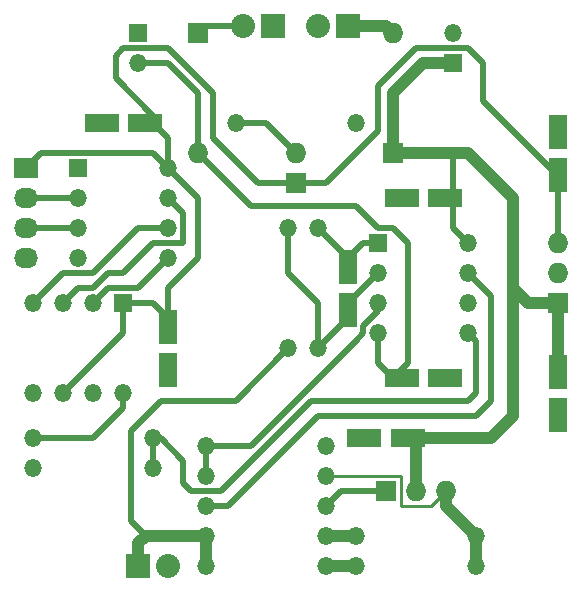
<source format=gbr>
G04 #@! TF.FileFunction,Copper,L1,Top,Signal*
%FSLAX46Y46*%
G04 Gerber Fmt 4.6, Leading zero omitted, Abs format (unit mm)*
G04 Created by KiCad (PCBNEW 4.0.5+dfsg1-4~bpo8+1) date Thu Apr 20 00:22:00 2017*
%MOMM*%
%LPD*%
G01*
G04 APERTURE LIST*
%ADD10C,0.100000*%
%ADD11R,2.895600X1.498600*%
%ADD12R,1.498600X2.895600*%
%ADD13R,1.498600X1.498600*%
%ADD14O,1.498600X1.498600*%
%ADD15R,1.752600X1.752600*%
%ADD16O,1.752600X1.752600*%
%ADD17R,2.032000X2.032000*%
%ADD18O,2.032000X2.032000*%
%ADD19R,2.032000X1.727200*%
%ADD20O,2.032000X1.727200*%
%ADD21C,0.508000*%
%ADD22C,1.016000*%
%ADD23C,0.254000*%
G04 APERTURE END LIST*
D10*
D11*
X109791500Y-41910000D03*
X106108500Y-41910000D03*
D12*
X144780000Y-62928500D03*
X144780000Y-66611500D03*
X144780000Y-46291500D03*
X144780000Y-42608500D03*
D13*
X135890000Y-36830000D03*
D14*
X135890000Y-34290000D03*
D13*
X109220000Y-34290000D03*
D14*
X109220000Y-36830000D03*
D12*
X111760000Y-59118500D03*
X111760000Y-62801500D03*
D11*
X135191500Y-48260000D03*
X131508500Y-48260000D03*
X135191500Y-63500000D03*
X131508500Y-63500000D03*
D12*
X127000000Y-57721500D03*
X127000000Y-54038500D03*
D11*
X132016500Y-68580000D03*
X128333500Y-68580000D03*
D15*
X130810000Y-44450000D03*
D16*
X130810000Y-34290000D03*
D15*
X114300000Y-34290000D03*
D16*
X114300000Y-44450000D03*
D15*
X122555000Y-46990000D03*
D16*
X122555000Y-44450000D03*
D13*
X104140000Y-45720000D03*
D14*
X104140000Y-48260000D03*
X104140000Y-50800000D03*
X104140000Y-53340000D03*
X111760000Y-53340000D03*
X111760000Y-50800000D03*
X111760000Y-45720000D03*
X111760000Y-48260000D03*
D17*
X127000000Y-33655000D03*
D18*
X124460000Y-33655000D03*
D17*
X120650000Y-33655000D03*
D18*
X118110000Y-33655000D03*
D17*
X109220000Y-79375000D03*
D18*
X111760000Y-79375000D03*
D19*
X99695000Y-45720000D03*
D20*
X99695000Y-48260000D03*
X99695000Y-50800000D03*
X99695000Y-53340000D03*
D15*
X130175000Y-73025000D03*
D16*
X132715000Y-73025000D03*
X135255000Y-73025000D03*
D14*
X100330000Y-68580000D03*
X110490000Y-68580000D03*
X110490000Y-71120000D03*
X100330000Y-71120000D03*
X114935000Y-69215000D03*
X125095000Y-69215000D03*
X124460000Y-60960000D03*
X124460000Y-50800000D03*
X125095000Y-74295000D03*
X114935000Y-74295000D03*
X125095000Y-71755000D03*
X114935000Y-71755000D03*
X121920000Y-60960000D03*
X121920000Y-50800000D03*
X137795000Y-76835000D03*
X127635000Y-76835000D03*
X125095000Y-76835000D03*
X114935000Y-76835000D03*
X137795000Y-79375000D03*
X127635000Y-79375000D03*
X125095000Y-79375000D03*
X114935000Y-79375000D03*
X117475000Y-41910000D03*
X127635000Y-41910000D03*
D15*
X144780000Y-57150000D03*
D16*
X144780000Y-54610000D03*
X144780000Y-52070000D03*
D13*
X107950000Y-57150000D03*
D14*
X105410000Y-57150000D03*
X102870000Y-57150000D03*
X100330000Y-57150000D03*
X100330000Y-64770000D03*
X102870000Y-64770000D03*
X107950000Y-64770000D03*
X105410000Y-64770000D03*
D13*
X129540000Y-52070000D03*
D14*
X129540000Y-54610000D03*
X129540000Y-57150000D03*
X129540000Y-59690000D03*
X137160000Y-59690000D03*
X137160000Y-57150000D03*
X137160000Y-52070000D03*
X137160000Y-54610000D03*
D21*
X110490000Y-41910000D02*
X110490000Y-41275000D01*
X110490000Y-41275000D02*
X107315000Y-38100000D01*
X119380000Y-46990000D02*
X122555000Y-46990000D01*
X115570000Y-43180000D02*
X119380000Y-46990000D01*
X115570000Y-39370000D02*
X115570000Y-43180000D01*
X111760000Y-35560000D02*
X115570000Y-39370000D01*
X107950000Y-35560000D02*
X111760000Y-35560000D01*
X107315000Y-36195000D02*
X107950000Y-35560000D01*
X107315000Y-38100000D02*
X107315000Y-36195000D01*
X144780000Y-46990000D02*
X144780000Y-46355000D01*
X144780000Y-46355000D02*
X138430000Y-40005000D01*
X125095000Y-46990000D02*
X122555000Y-46990000D01*
X129540000Y-42545000D02*
X125095000Y-46990000D01*
X129540000Y-38735000D02*
X129540000Y-42545000D01*
X132715000Y-35560000D02*
X129540000Y-38735000D01*
X137160000Y-35560000D02*
X132715000Y-35560000D01*
X138430000Y-36830000D02*
X137160000Y-35560000D01*
X138430000Y-40005000D02*
X138430000Y-36830000D01*
X111760000Y-58420000D02*
X111760000Y-55880000D01*
X114300000Y-48260000D02*
X111760000Y-45720000D01*
X114300000Y-53340000D02*
X114300000Y-48260000D01*
X111760000Y-55880000D02*
X114300000Y-53340000D01*
X144780000Y-52070000D02*
X144780000Y-46990000D01*
X102870000Y-64770000D02*
X107950000Y-59690000D01*
X107950000Y-59690000D02*
X107950000Y-57150000D01*
X111760000Y-58420000D02*
X110490000Y-57150000D01*
X110490000Y-57150000D02*
X107950000Y-57150000D01*
X99695000Y-45720000D02*
X100965000Y-44450000D01*
X100965000Y-44450000D02*
X106680000Y-44450000D01*
X106680000Y-44450000D02*
X110490000Y-44450000D01*
X110490000Y-44450000D02*
X111760000Y-45720000D01*
X110490000Y-41910000D02*
X111760000Y-43180000D01*
X111760000Y-43180000D02*
X111760000Y-45720000D01*
D22*
X140970000Y-64770000D02*
X140970000Y-66675000D01*
X132715000Y-68580000D02*
X137160000Y-68580000D01*
X140970000Y-64770000D02*
X140970000Y-55880000D01*
X139065000Y-68580000D02*
X137160000Y-68580000D01*
X140970000Y-66675000D02*
X139065000Y-68580000D01*
D21*
X135890000Y-48260000D02*
X135890000Y-44450000D01*
X135890000Y-48260000D02*
X135890000Y-50800000D01*
X135890000Y-50800000D02*
X137160000Y-52070000D01*
D22*
X132715000Y-68580000D02*
X132715000Y-73025000D01*
X144780000Y-62230000D02*
X144780000Y-57150000D01*
X130810000Y-44450000D02*
X135890000Y-44450000D01*
X135890000Y-44450000D02*
X137160000Y-44450000D01*
X140970000Y-48260000D02*
X140970000Y-55880000D01*
X137160000Y-44450000D02*
X140970000Y-48260000D01*
X142240000Y-57150000D02*
X144780000Y-57150000D01*
X140970000Y-55880000D02*
X142240000Y-57150000D01*
X130810000Y-44450000D02*
X130810000Y-39370000D01*
X133350000Y-36830000D02*
X135890000Y-36830000D01*
X130810000Y-39370000D02*
X133350000Y-36830000D01*
D21*
X116840000Y-46990000D02*
X118745000Y-48895000D01*
X128270000Y-49530000D02*
X129540000Y-50800000D01*
X129540000Y-50800000D02*
X130810000Y-50800000D01*
X130810000Y-50800000D02*
X132080000Y-52070000D01*
X132080000Y-52070000D02*
X132080000Y-62230000D01*
X130810000Y-63500000D02*
X132080000Y-62230000D01*
X116840000Y-46990000D02*
X114300000Y-44450000D01*
X127635000Y-48895000D02*
X128270000Y-49530000D01*
X118745000Y-48895000D02*
X127635000Y-48895000D01*
X129540000Y-59690000D02*
X129540000Y-62230000D01*
X129540000Y-62230000D02*
X130810000Y-63500000D01*
X114300000Y-44450000D02*
X114300000Y-39370000D01*
X114300000Y-39370000D02*
X111760000Y-36830000D01*
X111760000Y-36830000D02*
X109220000Y-36830000D01*
X124460000Y-60960000D02*
X124460000Y-57150000D01*
X121920000Y-54610000D02*
X121920000Y-50800000D01*
X124460000Y-57150000D02*
X121920000Y-54610000D01*
X124460000Y-60960000D02*
X127000000Y-58420000D01*
X129540000Y-54610000D02*
X127000000Y-57150000D01*
X127000000Y-57150000D02*
X127000000Y-58420000D01*
X124460000Y-50800000D02*
X127000000Y-53340000D01*
X129540000Y-52070000D02*
X128270000Y-52070000D01*
X128270000Y-52070000D02*
X127000000Y-53340000D01*
D22*
X127000000Y-33655000D02*
X130175000Y-33655000D01*
X130175000Y-33655000D02*
X130810000Y-34290000D01*
D21*
X122555000Y-44450000D02*
X120015000Y-41910000D01*
X120015000Y-41910000D02*
X117475000Y-41910000D01*
X99695000Y-48260000D02*
X104140000Y-48260000D01*
X99695000Y-50800000D02*
X104140000Y-50800000D01*
X105410000Y-57150000D02*
X106680000Y-55880000D01*
X109220000Y-55880000D02*
X111760000Y-53340000D01*
X107950000Y-55880000D02*
X109220000Y-55880000D01*
X106680000Y-55880000D02*
X107950000Y-55880000D01*
X111760000Y-50800000D02*
X110490000Y-50800000D01*
X102870000Y-54610000D02*
X100330000Y-57150000D01*
X104140000Y-54610000D02*
X102870000Y-54610000D01*
X105410000Y-54610000D02*
X104140000Y-54610000D01*
X106680000Y-53340000D02*
X105410000Y-54610000D01*
X107950000Y-52070000D02*
X106680000Y-53340000D01*
X109220000Y-50800000D02*
X107950000Y-52070000D01*
X110490000Y-50800000D02*
X109220000Y-50800000D01*
X111760000Y-48260000D02*
X113030000Y-49530000D01*
X104140000Y-55880000D02*
X102870000Y-57150000D01*
X105410000Y-55880000D02*
X104140000Y-55880000D01*
X106680000Y-54610000D02*
X105410000Y-55880000D01*
X107950000Y-54610000D02*
X106680000Y-54610000D01*
X109220000Y-53340000D02*
X107950000Y-54610000D01*
X110490000Y-52070000D02*
X109220000Y-53340000D01*
X111760000Y-52070000D02*
X110490000Y-52070000D01*
X113030000Y-52070000D02*
X111760000Y-52070000D01*
X113030000Y-50800000D02*
X113030000Y-52070000D01*
X113030000Y-49530000D02*
X113030000Y-50800000D01*
X109855000Y-76835000D02*
X108585000Y-75565000D01*
X117475000Y-65405000D02*
X121920000Y-60960000D01*
X111125000Y-65405000D02*
X117475000Y-65405000D01*
X108585000Y-67945000D02*
X111125000Y-65405000D01*
X108585000Y-75565000D02*
X108585000Y-67945000D01*
D22*
X114935000Y-76835000D02*
X109855000Y-76835000D01*
X109220000Y-77470000D02*
X109220000Y-79375000D01*
X109855000Y-76835000D02*
X109220000Y-77470000D01*
X114935000Y-79375000D02*
X114935000Y-76835000D01*
D21*
X130175000Y-73025000D02*
X126365000Y-73025000D01*
X126365000Y-73025000D02*
X125095000Y-74295000D01*
D23*
X125095000Y-71755000D02*
X131445000Y-71755000D01*
X133985000Y-74295000D02*
X135255000Y-73025000D01*
X131445000Y-74295000D02*
X133985000Y-74295000D01*
X131445000Y-71755000D02*
X131445000Y-74295000D01*
D22*
X137795000Y-76835000D02*
X137795000Y-79375000D01*
X135255000Y-73025000D02*
X135255000Y-74295000D01*
X135255000Y-74295000D02*
X137795000Y-76835000D01*
D21*
X107950000Y-64770000D02*
X107950000Y-66040000D01*
X105410000Y-68580000D02*
X100330000Y-68580000D01*
X107950000Y-66040000D02*
X105410000Y-68580000D01*
X110490000Y-68580000D02*
X111125000Y-68580000D01*
X111125000Y-68580000D02*
X113030000Y-70485000D01*
X137795000Y-60325000D02*
X137160000Y-59690000D01*
X137795000Y-64770000D02*
X137795000Y-60325000D01*
X137160000Y-65405000D02*
X137795000Y-64770000D01*
X123825000Y-65405000D02*
X137160000Y-65405000D01*
X116205000Y-73025000D02*
X123825000Y-65405000D01*
X113665000Y-73025000D02*
X116205000Y-73025000D01*
X113030000Y-72390000D02*
X113665000Y-73025000D01*
X113030000Y-70485000D02*
X113030000Y-72390000D01*
X110490000Y-68580000D02*
X110490000Y-71120000D01*
X129540000Y-57150000D02*
X129540000Y-57785000D01*
X129540000Y-57785000D02*
X128270000Y-59055000D01*
X128270000Y-59055000D02*
X128270000Y-59690000D01*
X128270000Y-59690000D02*
X127635000Y-60325000D01*
X127635000Y-60325000D02*
X123825000Y-64135000D01*
X123825000Y-64135000D02*
X120015000Y-67945000D01*
X120015000Y-67945000D02*
X118745000Y-69215000D01*
X118745000Y-69215000D02*
X114935000Y-69215000D01*
X114935000Y-71755000D02*
X114935000Y-69215000D01*
X114935000Y-74295000D02*
X116840000Y-74295000D01*
X139065000Y-56515000D02*
X137160000Y-54610000D01*
X139065000Y-65405000D02*
X139065000Y-56515000D01*
X137795000Y-66675000D02*
X139065000Y-65405000D01*
X124460000Y-66675000D02*
X137795000Y-66675000D01*
X116840000Y-74295000D02*
X124460000Y-66675000D01*
D22*
X127635000Y-76835000D02*
X125095000Y-76835000D01*
X127635000Y-79375000D02*
X125095000Y-79375000D01*
D21*
X118110000Y-33655000D02*
X114935000Y-33655000D01*
X114935000Y-33655000D02*
X114300000Y-34290000D01*
M02*

</source>
